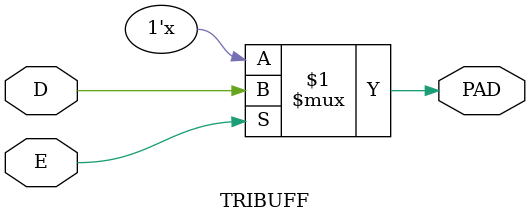
<source format=v>


module AND2 (
	input A, B,
	output Y
);
	assign Y = A & B;
endmodule

module AND3 (
	input A, B, C,
	output Y
);
	assign Y = A & B & C;
endmodule

module AND4 (
	input A, B, C, D,
	output Y
);
	assign Y = A & B & C & D;
endmodule

module CFG1 (
	output Y,
	input A
);
	parameter [1:0] INIT = 2'h0;
	assign Y = INIT >> A;
endmodule

module CFG2 (
	output Y,
	input A,
	input B
);
	parameter [3:0] INIT = 4'h0;
	assign Y = INIT >> {B, A};
endmodule

module CFG3 (
	output Y,
	input A,
	input B,
	input C
);
	parameter [7:0] INIT = 8'h0;
	assign Y = INIT >> {C, B, A};
endmodule

module CFG4 (
	output Y,
	input A,
	input B,
	input C,
	input D
);
	parameter [15:0] INIT = 16'h0;
	assign Y = INIT >> {D, C, B, A};
endmodule

module BUFF (
	input A,
	output Y
);
	assign Y = A;
endmodule

module BUFD (
	input A,
	output Y
);
	assign Y = A;
endmodule

module CLKINT (
	input A,
	(* clkbuf_driver *)
	output Y
);
	assign Y = A;
endmodule

module CLKINT_PRESERVE (
	input A,
	(* clkbuf_driver *)
	output Y
);
	assign Y = A;
endmodule

module GCLKINT (
	input A, EN,
	(* clkbuf_driver *)
	output Y
);
	assign Y = A & EN;
endmodule

module RCLKINT (
	input A,
	(* clkbuf_driver *)
	output Y
);
	assign Y = A;
endmodule

module RGCLKINT (
	input A, EN,
	(* clkbuf_driver *)
	output Y
);
	assign Y = A & EN;
endmodule

module SLE (
	output Q,
	input ADn,
	input ALn,
	(* clkbuf_sink *)
	input CLK,
	input D,
	input LAT,
	input SD,
	input EN,
	input SLn
);
	reg q_latch, q_ff;

	always @(posedge CLK, negedge ALn) begin
		if (!ALn) begin
			q_ff <= !ADn;
		end else if (EN) begin
			if (!SLn)
				q_ff <= SD;
			else
				q_ff <= D;
		end
	end

	always @* begin
		if (!ALn) begin
			q_latch <= !ADn;
		end else if (CLK && EN) begin
			if (!SLn)
				q_ff <= SD;
			else
				q_ff <= D;
		end
	end

	assign Q = LAT ? q_latch : q_ff;
endmodule

module ARI1 (
	input A, B, C, D, FCI,
	output Y, S, FCO
);
	parameter [19:0] INIT = 20'h0;
	wire [2:0] Fsel = {D, C, B};
	wire F0 = INIT[Fsel];
	wire F1 = INIT[8 + Fsel];
	wire Yout = A ? F1 : F0;
	assign Y = Yout;
	assign S = FCI ^ Yout;
	wire G = INIT[16] ? (INIT[17] ? F1 : F0) : INIT[17];
	wire P = INIT[19] ? 1'b1 : (INIT[18] ? Yout : 1'b0);
	assign FCO = P ? FCI : G;
endmodule

// module FCEND_BUFF
// module FCINIT_BUFF
// module FLASH_FREEZE
// module OSCILLATOR
// module SYSCTRL_RESET_STATUS
// module LIVE_PROBE_FB

(* blackbox *)
module GCLKBUF (
	(* iopad_external_pin *)
	input PAD,
	input EN,
	(* clkbuf_driver *)
	output Y
);
endmodule

(* blackbox *)
module GCLKBUF_DIFF (
	(* iopad_external_pin *)
	input PADP,
	(* iopad_external_pin *)
	input PADN,
	input EN,
	(* clkbuf_driver *)
	output Y
);
endmodule

(* blackbox *)
module GCLKBIBUF (
	input D,
	input E,
	input EN,
	(* iopad_external_pin *)
	inout PAD,
	(* clkbuf_driver *)
	output Y
);
endmodule

// module DFN1
// module DFN1C0
// module DFN1E1
// module DFN1E1C0
// module DFN1E1P0
// module DFN1P0
// module DLN1
// module DLN1C0
// module DLN1P0

module INV (
	input A,
	output Y
);
	assign Y = !A;
endmodule

module INVD (
	input A,
	output Y
);
	assign Y = !A;
endmodule

module MX2 (
	input A, B, S,
	output Y
);
	assign Y = S ? B : A;
endmodule

module MX4 (
	input D0, D1, D2, D3, S0, S1,
	output Y
);
	assign Y = S1 ? (S0 ? D3 : D2) : (S0 ? D1 : D0);
endmodule

module NAND2 (
	input A, B,
	output Y
);
	assign Y = !(A & B);
endmodule

module NAND3 (
	input A, B, C,
	output Y
);
	assign Y = !(A & B & C);
endmodule

module NAND4 (
	input A, B, C, D,
	output Y
);
	assign Y = !(A & B & C & D);
endmodule

module NOR2 (
	input A, B,
	output Y
);
	assign Y = !(A | B);
endmodule

module NOR3 (
	input A, B, C,
	output Y
);
	assign Y = !(A | B | C);
endmodule

module NOR4 (
	input A, B, C, D,
	output Y
);
	assign Y = !(A | B | C | D);
endmodule

module OR2 (
	input A, B,
	output Y
);
	assign Y = A | B;
endmodule

module OR3 (
	input A, B, C,
	output Y
);
	assign Y = A | B | C;
endmodule

module OR4 (
	input A, B, C, D,
	output Y
);
	assign Y = A | B | C | D;
endmodule

module XOR2 (
	input A, B,
	output Y
);
	assign Y = A ^ B;
endmodule

module XOR3 (
	input A, B, C,
	output Y
);
	assign Y = A ^ B ^ C;
endmodule

module XOR4 (
	input A, B, C, D,
	output Y
);
	assign Y = A ^ B ^ C ^ D;
endmodule

module XOR8 (
	input A, B, C, D, E, F, G, H,
	output Y
);
	assign Y = A ^ B ^ C ^ D ^ E ^ F ^ G ^ H;
endmodule

// module UJTAG

module BIBUF (
	input D,
	input E,
	(* iopad_external_pin *)
	inout PAD,
	output Y
);
	parameter IOSTD = "";
	assign PAD = E ? D : 1'bz;
	assign Y = PAD;
endmodule

(* blackbox *)
module BIBUF_DIFF (
	input D,
	input E,
	(* iopad_external_pin *)
	inout PADP,
	(* iopad_external_pin *)
	inout PADN,
	output Y
);
	parameter IOSTD = "";
endmodule

module CLKBIBUF (
	input D,
	input E,
	(* iopad_external_pin *)
	inout PAD,
	(* clkbuf_driver *)
	output Y
);
	parameter IOSTD = "";
	assign PAD = E ? D : 1'bz;
	assign Y = PAD;
endmodule

module CLKBUF (
	(* iopad_external_pin *)
	input PAD,
	(* clkbuf_driver *)
	output Y
);
	parameter IOSTD = "";
	assign Y = PAD;
endmodule

(* blackbox *)
module CLKBUF_DIFF (
	(* iopad_external_pin *)
	input PADP,
	(* iopad_external_pin *)
	input PADN,
	(* clkbuf_driver *)
	output Y
);
	parameter IOSTD = "";
endmodule

module INBUF (
	(* iopad_external_pin *)
	input PAD,
	output Y
);
	parameter IOSTD = "";
	assign Y = PAD;
endmodule

(* blackbox *)
module INBUF_DIFF (
	(* iopad_external_pin *)
	input PADP,
	(* iopad_external_pin *)
	input PADN,
	output Y
);
	parameter IOSTD = "";
endmodule

module OUTBUF (
	input D,
	(* iopad_external_pin *)
	output PAD
);
	parameter IOSTD = "";
	assign PAD = D;
endmodule

(* blackbox *)
module OUTBUF_DIFF (
	input D,
	(* iopad_external_pin *)
	output PADP,
	(* iopad_external_pin *)
	output PADN
);
	parameter IOSTD = "";
endmodule

module TRIBUFF (
	input D,
	input E,
	(* iopad_external_pin *)
	output PAD
);
	parameter IOSTD = "";
	assign PAD = E ? D : 1'bz;
endmodule

(* blackbox *)
module TRIBUFF_DIFF (
	input D,
	input E,
	(* iopad_external_pin *)
	output PADP,
	(* iopad_external_pin *)
	output PADN
);
	parameter IOSTD = "";
endmodule

// module DDR_IN
// module DDR_OUT
// module RAM1K18
// module RAM64x18
// module MACC

(* blackbox *)
module SYSRESET (
	(* iopad_external_pin *)
	input  DEVRST_N,
	output POWER_ON_RESET_N);
endmodule


(* blackbox *)
module XTLOSC (
	(* iopad_external_pin *)
	input  XTL,
	output CLKOUT);
	parameter [1:0] MODE = 2'h3;
	parameter real FREQUENCY = 20.0;
endmodule

(* blackbox *)
module RAM1K18 (
	input [13:0]  A_ADDR,
	input [2:0]   A_BLK,
	(* clkbuf_sink *)
	input	      A_CLK,
	input [17:0]  A_DIN,
	output [17:0] A_DOUT,
	input [1:0]   A_WEN,
	input [2:0]   A_WIDTH,
	input	      A_WMODE,
	input	      A_ARST_N,
	input	      A_DOUT_LAT,
	input	      A_DOUT_ARST_N,
	(* clkbuf_sink *)
	input	      A_DOUT_CLK,
	input	      A_DOUT_EN,
	input	      A_DOUT_SRST_N,

	input [13:0]  B_ADDR,
	input [2:0]   B_BLK,
	(* clkbuf_sink *)
	input	      B_CLK,
	input [17:0]  B_DIN,
	output [17:0] B_DOUT,
	input [1:0]   B_WEN,
	input [2:0]   B_WIDTH,
	input	      B_WMODE,
	input	      B_ARST_N,
	input	      B_DOUT_LAT,
	input	      B_DOUT_ARST_N,
	(* clkbuf_sink *)
	input	      B_DOUT_CLK,
	input	      B_DOUT_EN,
	input	      B_DOUT_SRST_N,

	input	      A_EN,
	input	      B_EN,
	input	      SII_LOCK,
	output	      BUSY);
endmodule

(* blackbox *)
module RAM64x18 (
	input [9:0]   A_ADDR,
	input [1:0]   A_BLK,
	input [2:0]   A_WIDTH,
	output [17:0] A_DOUT,
	input	      A_DOUT_ARST_N,
	(* clkbuf_sink *)
	input	      A_DOUT_CLK,
	input	      A_DOUT_EN,
	input	      A_DOUT_LAT,
	input	      A_DOUT_SRST_N,
	(* clkbuf_sink *)
	input	      A_ADDR_CLK,
	input	      A_ADDR_EN,
	input	      A_ADDR_LAT,
	input	      A_ADDR_SRST_N,
	input	      A_ADDR_ARST_N,

	input [9:0]   B_ADDR,
	input [1:0]   B_BLK,
	input [2:0]   B_WIDTH,
	output [17:0] B_DOUT,
	input	      B_DOUT_ARST_N,
	(* clkbuf_sink *)
	input	      B_DOUT_CLK,
	input	      B_DOUT_EN,
	input	      B_DOUT_LAT,
	input	      B_DOUT_SRST_N,
	(* clkbuf_sink *)
	input	      B_ADDR_CLK,
	input	      B_ADDR_EN,
	input	      B_ADDR_LAT,
	input	      B_ADDR_SRST_N,
	input	      B_ADDR_ARST_N,

	input [9:0]   C_ADDR,
	(* clkbuf_sink *)
	input	      C_CLK,
	input [17:0]  C_DIN,
	input	      C_WEN,
	input [1:0]   C_BLK,
	input [2:0]   C_WIDTH,

	input	      A_EN,
	input	      B_EN,
	input	      C_EN,
	input	      SII_LOCK,
	output	      BUSY);
endmodule

</source>
